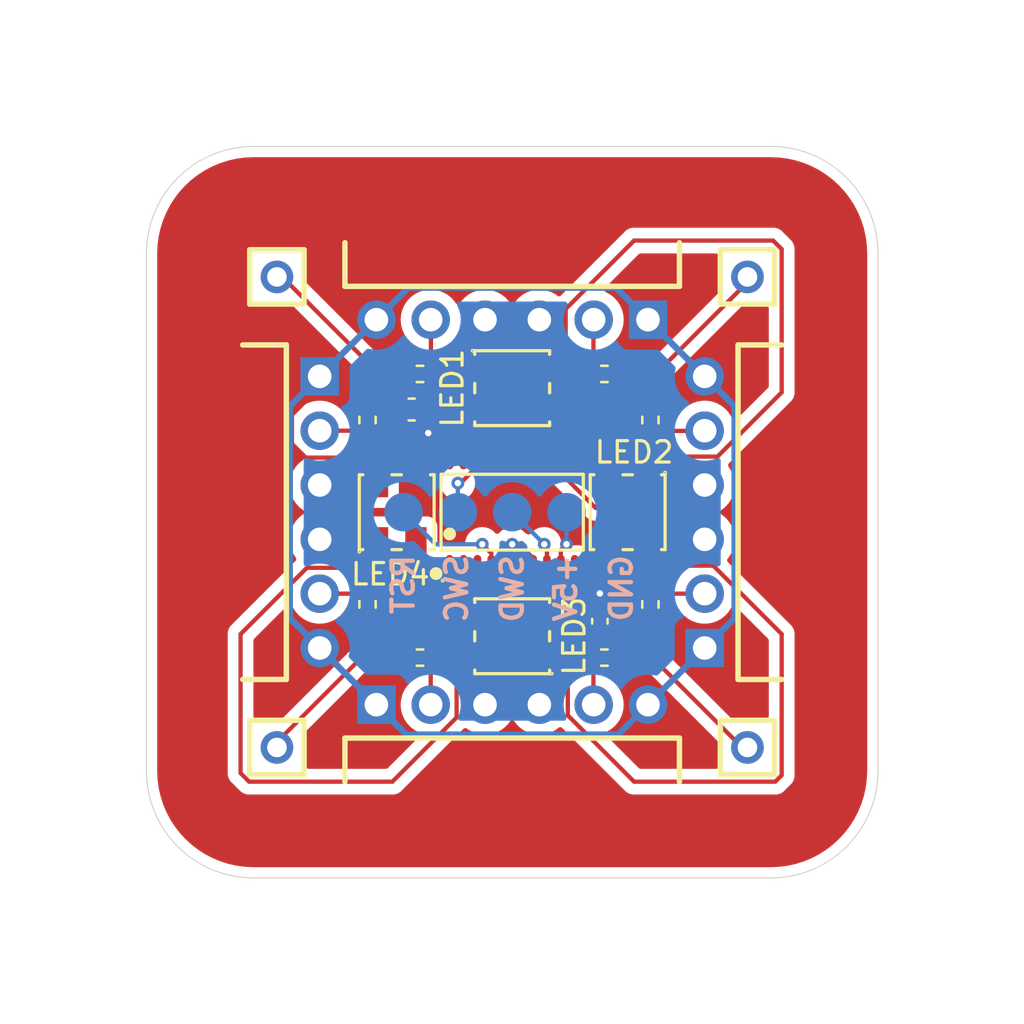
<source format=kicad_pcb>
(kicad_pcb (version 20240108) (generator "pcbnew") (generator_version "8.0")
  (layers (0 "F.Cu" signal) (31 "B.Cu" signal) (34 "B.Paste" user) (35 "F.Paste" user) (36 "B.SilkS" user "B.Silkscreen") (37 "F.SilkS" user "F.Silkscreen") (38 "B.Mask" user) (39 "F.Mask" user) (44 "Edge.Cuts" user))
  (net 0 "")
  (net 1 "+5V")
  (net 2 "GND")
  (net 3 "/SWC")
  (net 4 "/SWD")
  (net 5 "/Reset")
  (net 6 "/LedIn")
  (net 7 "/DataTop2")
  (net 8 "/DataTop1")
  (net 9 "/DataRight2")
  (net 10 "/DataRight1")
  (net 11 "/DataBottom2")
  (net 12 "/DataBottom1")
  (net 13 "/DataLeft2")
  (net 14 "/DataLeft1")
  (net 16 "Net-(LED1-DOUT)")
  (net 17 "Net-(LED2-DOUT)")
  (net 18 "Net-(LED3-DOUT)")
  (net 20 "/ShieldTopRight")
  (net 21 "/ShieldBottomRight")
  (net 23 "/ShieldTopLeft_ADC")
  (net 24 "/ShieldBottomLeft_ADC")
  (footprint "CustomFootprints:01x06_PinHeader_Angled" (layer "F.Cu") (at 150 91 180)
    (property "Reference" "U2" (hide yes))
    (property "Value" "PinHeaderTop")
    (fp_line (start 7.820015 1.559995) (end 7.820015 3.6) (stroke (width 0.254)) (layer "F.SilkS"))
    (fp_line (start -7.820015 3.6) (end -7.820015 1.559995) (stroke (width 0.254)) (layer "F.SilkS"))
    (fp_line (start -7.820015 1.559995) (end 7.820015 1.559995) (stroke (width 0.254)) (layer "F.SilkS"))
    (pad "1" thru_hole rect (at -6.350013 0 180) (size 1.8 1.8) (drill 1.100025) (layers "*.Cu" "*.Mask" "In1.Cu" "In2.Cu" "In3.Cu" "In4.Cu" "In5.Cu" "In6.Cu" "In7.Cu" "In8.Cu" "In9.Cu" "In10.Cu" "In11.Cu" "In12.Cu" "In13.Cu" "In14.Cu" "In15.Cu" "In16.Cu" "In17.Cu" "In18.Cu" "In19.Cu" "In20.Cu" "In21.Cu" "In22.Cu" "In23.Cu" "In24.Cu" "In25.Cu" "In26.Cu" "In27.Cu" "In28.Cu" "In29.Cu" "In30.Cu") (net 1 "+5V"))
    (pad "2" thru_hole circle (at -3.810008 0 180) (size 1.8 1.8) (drill 1.100025) (layers "*.Cu" "*.Mask" "In1.Cu" "In2.Cu" "In3.Cu" "In4.Cu" "In5.Cu" "In6.Cu" "In7.Cu" "In8.Cu" "In9.Cu" "In10.Cu" "In11.Cu" "In12.Cu" "In13.Cu" "In14.Cu" "In15.Cu" "In16.Cu" "In17.Cu" "In18.Cu" "In19.Cu" "In20.Cu" "In21.Cu" "In22.Cu" "In23.Cu" "In24.Cu" "In25.Cu" "In26.Cu" "In27.Cu" "In28.Cu" "In29.Cu" "In30.Cu") (net 8 "/DataTop1"))
    (pad "3" thru_hole circle (at -1.270003 0 180) (size 1.8 1.8) (drill 1.100025) (layers "*.Cu" "*.Mask" "In1.Cu" "In2.Cu" "In3.Cu" "In4.Cu" "In5.Cu" "In6.Cu" "In7.Cu" "In8.Cu" "In9.Cu" "In10.Cu" "In11.Cu" "In12.Cu" "In13.Cu" "In14.Cu" "In15.Cu" "In16.Cu" "In17.Cu" "In18.Cu" "In19.Cu" "In20.Cu" "In21.Cu" "In22.Cu" "In23.Cu" "In24.Cu" "In25.Cu" "In26.Cu" "In27.Cu" "In28.Cu" "In29.Cu" "In30.Cu") (net 2 "GND"))
    (pad "4" thru_hole circle (at 1.270003 0 180) (size 1.8 1.8) (drill 1.100025) (layers "*.Cu" "*.Mask" "In1.Cu" "In2.Cu" "In3.Cu" "In4.Cu" "In5.Cu" "In6.Cu" "In7.Cu" "In8.Cu" "In9.Cu" "In10.Cu" "In11.Cu" "In12.Cu" "In13.Cu" "In14.Cu" "In15.Cu" "In16.Cu" "In17.Cu" "In18.Cu" "In19.Cu" "In20.Cu" "In21.Cu" "In22.Cu" "In23.Cu" "In24.Cu" "In25.Cu" "In26.Cu" "In27.Cu" "In28.Cu" "In29.Cu" "In30.Cu") (net 2 "GND"))
    (pad "5" thru_hole circle (at 3.810008 0 180) (size 1.8 1.8) (drill 1.100025) (layers "*.Cu" "*.Mask" "In1.Cu" "In2.Cu" "In3.Cu" "In4.Cu" "In5.Cu" "In6.Cu" "In7.Cu" "In8.Cu" "In9.Cu" "In10.Cu" "In11.Cu" "In12.Cu" "In13.Cu" "In14.Cu" "In15.Cu" "In16.Cu" "In17.Cu" "In18.Cu" "In19.Cu" "In20.Cu" "In21.Cu" "In22.Cu" "In23.Cu" "In24.Cu" "In25.Cu" "In26.Cu" "In27.Cu" "In28.Cu" "In29.Cu" "In30.Cu") (net 7 "/DataTop2"))
    (pad "6" thru_hole circle (at 6.350013 0 180) (size 1.8 1.8) (drill 1.100025) (layers "*.Cu" "*.Mask" "In1.Cu" "In2.Cu" "In3.Cu" "In4.Cu" "In5.Cu" "In6.Cu" "In7.Cu" "In8.Cu" "In9.Cu" "In10.Cu" "In11.Cu" "In12.Cu" "In13.Cu" "In14.Cu" "In15.Cu" "In16.Cu" "In17.Cu" "In18.Cu" "In19.Cu" "In20.Cu" "In21.Cu" "In22.Cu" "In23.Cu" "In24.Cu" "In25.Cu" "In26.Cu" "In27.Cu" "In28.Cu" "In29.Cu" "In30.Cu") (net 1 "+5V"))
  )
  (footprint "CustomFootprints:HDR-TH_1P-V-F-1" (layer "F.Cu") (at 161 111)
    (property "Reference" "J3" (hide yes))
    (property "Value" "Shield_Connector_Bottom_Right")
    (fp_line (start -1.270003 -1.270003) (end -1.270003 1.270003) (stroke (width 0.254)) (layer "F.SilkS"))
    (fp_line (start -1.270003 1.270003) (end 1.270003 1.270003) (stroke (width 0.254)) (layer "F.SilkS"))
    (fp_line (start 1.270003 -1.270003) (end -1.270003 -1.270003) (stroke (width 0.254)) (layer "F.SilkS"))
    (fp_line (start 1.270003 1.270003) (end 1.270003 -1.270003) (stroke (width 0.254)) (layer "F.SilkS"))
    (fp_circle (center 1.270003 -1.270003) (end 1.3 -1.270003) (stroke (width 0.059995)) (fill none) (layer "F.SilkS"))
    (pad "1" thru_hole circle (at 0 0) (size 1.524003 1.524003) (drill 0.914402) (layers "*.Cu" "*.Mask" "In1.Cu" "In2.Cu" "In3.Cu" "In4.Cu" "In5.Cu" "In6.Cu" "In7.Cu" "In8.Cu" "In9.Cu" "In10.Cu" "In11.Cu" "In12.Cu" "In13.Cu" "In14.Cu" "In15.Cu" "In16.Cu" "In17.Cu" "In18.Cu" "In19.Cu" "In20.Cu" "In21.Cu" "In22.Cu" "In23.Cu" "In24.Cu" "In25.Cu" "In26.Cu" "In27.Cu" "In28.Cu" "In29.Cu" "In30.Cu") (net 21 "/ShieldBottomRight"))
  )
  (footprint "CustomFootprints:01x06_PinHeader_Angled" (layer "F.Cu") (at 159 100 90)
    (property "Reference" "U3" (hide yes))
    (property "Value" "PinHeaderRight")
    (fp_line (start 7.820015 1.559995) (end 7.820015 3.6) (stroke (width 0.254)) (layer "F.SilkS"))
    (fp_line (start -7.820015 1.559995) (end 7.820015 1.559995) (stroke (width 0.254)) (layer "F.SilkS"))
    (fp_line (start -7.820015 3.6) (end -7.820015 1.559995) (stroke (width 0.254)) (layer "F.SilkS"))
    (pad "1" thru_hole rect (at -6.350013 0 90) (size 1.8 1.8) (drill 1.100025) (layers "*.Cu" "*.Mask" "In1.Cu" "In2.Cu" "In3.Cu" "In4.Cu" "In5.Cu" "In6.Cu" "In7.Cu" "In8.Cu" "In9.Cu" "In10.Cu" "In11.Cu" "In12.Cu" "In13.Cu" "In14.Cu" "In15.Cu" "In16.Cu" "In17.Cu" "In18.Cu" "In19.Cu" "In20.Cu" "In21.Cu" "In22.Cu" "In23.Cu" "In24.Cu" "In25.Cu" "In26.Cu" "In27.Cu" "In28.Cu" "In29.Cu" "In30.Cu") (net 1 "+5V"))
    (pad "2" thru_hole circle (at -3.810008 0 90) (size 1.8 1.8) (drill 1.100025) (layers "*.Cu" "*.Mask" "In1.Cu" "In2.Cu" "In3.Cu" "In4.Cu" "In5.Cu" "In6.Cu" "In7.Cu" "In8.Cu" "In9.Cu" "In10.Cu" "In11.Cu" "In12.Cu" "In13.Cu" "In14.Cu" "In15.Cu" "In16.Cu" "In17.Cu" "In18.Cu" "In19.Cu" "In20.Cu" "In21.Cu" "In22.Cu" "In23.Cu" "In24.Cu" "In25.Cu" "In26.Cu" "In27.Cu" "In28.Cu" "In29.Cu" "In30.Cu") (net 10 "/DataRight1"))
    (pad "3" thru_hole circle (at -1.270003 0 90) (size 1.8 1.8) (drill 1.100025) (layers "*.Cu" "*.Mask" "In1.Cu" "In2.Cu" "In3.Cu" "In4.Cu" "In5.Cu" "In6.Cu" "In7.Cu" "In8.Cu" "In9.Cu" "In10.Cu" "In11.Cu" "In12.Cu" "In13.Cu" "In14.Cu" "In15.Cu" "In16.Cu" "In17.Cu" "In18.Cu" "In19.Cu" "In20.Cu" "In21.Cu" "In22.Cu" "In23.Cu" "In24.Cu" "In25.Cu" "In26.Cu" "In27.Cu" "In28.Cu" "In29.Cu" "In30.Cu") (net 2 "GND"))
    (pad "4" thru_hole circle (at 1.270003 0 90) (size 1.8 1.8) (drill 1.100025) (layers "*.Cu" "*.Mask" "In1.Cu" "In2.Cu" "In3.Cu" "In4.Cu" "In5.Cu" "In6.Cu" "In7.Cu" "In8.Cu" "In9.Cu" "In10.Cu" "In11.Cu" "In12.Cu" "In13.Cu" "In14.Cu" "In15.Cu" "In16.Cu" "In17.Cu" "In18.Cu" "In19.Cu" "In20.Cu" "In21.Cu" "In22.Cu" "In23.Cu" "In24.Cu" "In25.Cu" "In26.Cu" "In27.Cu" "In28.Cu" "In29.Cu" "In30.Cu") (net 2 "GND"))
    (pad "5" thru_hole circle (at 3.810008 0 90) (size 1.8 1.8) (drill 1.100025) (layers "*.Cu" "*.Mask" "In1.Cu" "In2.Cu" "In3.Cu" "In4.Cu" "In5.Cu" "In6.Cu" "In7.Cu" "In8.Cu" "In9.Cu" "In10.Cu" "In11.Cu" "In12.Cu" "In13.Cu" "In14.Cu" "In15.Cu" "In16.Cu" "In17.Cu" "In18.Cu" "In19.Cu" "In20.Cu" "In21.Cu" "In22.Cu" "In23.Cu" "In24.Cu" "In25.Cu" "In26.Cu" "In27.Cu" "In28.Cu" "In29.Cu" "In30.Cu") (net 9 "/DataRight2"))
    (pad "6" thru_hole circle (at 6.350013 0 90) (size 1.8 1.8) (drill 1.100025) (layers "*.Cu" "*.Mask" "In1.Cu" "In2.Cu" "In3.Cu" "In4.Cu" "In5.Cu" "In6.Cu" "In7.Cu" "In8.Cu" "In9.Cu" "In10.Cu" "In11.Cu" "In12.Cu" "In13.Cu" "In14.Cu" "In15.Cu" "In16.Cu" "In17.Cu" "In18.Cu" "In19.Cu" "In20.Cu" "In21.Cu" "In22.Cu" "In23.Cu" "In24.Cu" "In25.Cu" "In26.Cu" "In27.Cu" "In28.Cu" "In29.Cu" "In30.Cu") (net 1 "+5V"))
  )
  (footprint "Resistor_SMD:R_0402_1005Metric" (layer "F.Cu") (at 156.4635 95.69 -90)
    (property "Reference" "R3" (hide yes))
    (property "Value" "10k")
    (fp_line (start -0.153641 0.38) (end 0.153641 0.38) (stroke (width 0.12)) (layer "F.SilkS"))
    (fp_line (start -0.153641 -0.38) (end 0.153641 -0.38) (stroke (width 0.12)) (layer "F.SilkS"))
    (pad "1" smd roundrect (at -0.51 0 270) (size 0.54 0.64) (layers "F.Cu" "F.Paste" "F.Mask") (net 1 "+5V"))
    (pad "2" smd roundrect (at 0.51 0 270) (size 0.54 0.64) (layers "F.Cu" "F.Paste" "F.Mask") (net 9 "/DataRight2"))
  )
  (footprint "Resistor_SMD:R_0402_1005Metric" (layer "F.Cu") (at 154.31 106.8 180)
    (property "Reference" "R5" (hide yes))
    (property "Value" "10k")
    (fp_line (start -0.153641 0.38) (end 0.153641 0.38) (stroke (width 0.12)) (layer "F.SilkS"))
    (fp_line (start -0.153641 -0.38) (end 0.153641 -0.38) (stroke (width 0.12)) (layer "F.SilkS"))
    (pad "1" smd roundrect (at -0.51 0 180) (size 0.54 0.64) (layers "F.Cu" "F.Paste" "F.Mask") (net 1 "+5V"))
    (pad "2" smd roundrect (at 0.51 0 180) (size 0.54 0.64) (layers "F.Cu" "F.Paste" "F.Mask") (net 11 "/DataBottom2"))
  )
  (footprint "Resistor_SMD:R_0402_1005Metric" (layer "F.Cu") (at 156.4635 104.31 90)
    (property "Reference" "R4" (hide yes))
    (property "Value" "10k")
    (fp_line (start -0.153641 -0.38) (end 0.153641 -0.38) (stroke (width 0.12)) (layer "F.SilkS"))
    (fp_line (start -0.153641 0.38) (end 0.153641 0.38) (stroke (width 0.12)) (layer "F.SilkS"))
    (pad "1" smd roundrect (at -0.51 0 90) (size 0.54 0.64) (layers "F.Cu" "F.Paste" "F.Mask") (net 1 "+5V"))
    (pad "2" smd roundrect (at 0.51 0 90) (size 0.54 0.64) (layers "F.Cu" "F.Paste" "F.Mask") (net 10 "/DataRight1"))
  )
  (footprint "CustomFootprints:01x06_PinHeader_Angled" (layer "F.Cu") (at 141 100 -90)
    (property "Reference" "U5" (hide yes))
    (property "Value" "PinHeaderLeft")
    (fp_line (start -7.820015 3.6) (end -7.820015 1.559995) (stroke (width 0.254)) (layer "F.SilkS"))
    (fp_line (start -7.820015 1.559995) (end 7.820015 1.559995) (stroke (width 0.254)) (layer "F.SilkS"))
    (fp_line (start 7.820015 1.559995) (end 7.820015 3.6) (stroke (width 0.254)) (layer "F.SilkS"))
    (pad "1" thru_hole rect (at -6.350013 0 270) (size 1.8 1.8) (drill 1.100025) (layers "*.Cu" "*.Mask" "In1.Cu" "In2.Cu" "In3.Cu" "In4.Cu" "In5.Cu" "In6.Cu" "In7.Cu" "In8.Cu" "In9.Cu" "In10.Cu" "In11.Cu" "In12.Cu" "In13.Cu" "In14.Cu" "In15.Cu" "In16.Cu" "In17.Cu" "In18.Cu" "In19.Cu" "In20.Cu" "In21.Cu" "In22.Cu" "In23.Cu" "In24.Cu" "In25.Cu" "In26.Cu" "In27.Cu" "In28.Cu" "In29.Cu" "In30.Cu") (net 1 "+5V"))
    (pad "2" thru_hole circle (at -3.810008 0 270) (size 1.8 1.8) (drill 1.100025) (layers "*.Cu" "*.Mask" "In1.Cu" "In2.Cu" "In3.Cu" "In4.Cu" "In5.Cu" "In6.Cu" "In7.Cu" "In8.Cu" "In9.Cu" "In10.Cu" "In11.Cu" "In12.Cu" "In13.Cu" "In14.Cu" "In15.Cu" "In16.Cu" "In17.Cu" "In18.Cu" "In19.Cu" "In20.Cu" "In21.Cu" "In22.Cu" "In23.Cu" "In24.Cu" "In25.Cu" "In26.Cu" "In27.Cu" "In28.Cu" "In29.Cu" "In30.Cu") (net 14 "/DataLeft1"))
    (pad "3" thru_hole circle (at -1.270003 0 270) (size 1.8 1.8) (drill 1.100025) (layers "*.Cu" "*.Mask" "In1.Cu" "In2.Cu" "In3.Cu" "In4.Cu" "In5.Cu" "In6.Cu" "In7.Cu" "In8.Cu" "In9.Cu" "In10.Cu" "In11.Cu" "In12.Cu" "In13.Cu" "In14.Cu" "In15.Cu" "In16.Cu" "In17.Cu" "In18.Cu" "In19.Cu" "In20.Cu" "In21.Cu" "In22.Cu" "In23.Cu" "In24.Cu" "In25.Cu" "In26.Cu" "In27.Cu" "In28.Cu" "In29.Cu" "In30.Cu") (net 2 "GND"))
    (pad "4" thru_hole circle (at 1.270003 0 270) (size 1.8 1.8) (drill 1.100025) (layers "*.Cu" "*.Mask" "In1.Cu" "In2.Cu" "In3.Cu" "In4.Cu" "In5.Cu" "In6.Cu" "In7.Cu" "In8.Cu" "In9.Cu" "In10.Cu" "In11.Cu" "In12.Cu" "In13.Cu" "In14.Cu" "In15.Cu" "In16.Cu" "In17.Cu" "In18.Cu" "In19.Cu" "In20.Cu" "In21.Cu" "In22.Cu" "In23.Cu" "In24.Cu" "In25.Cu" "In26.Cu" "In27.Cu" "In28.Cu" "In29.Cu" "In30.Cu") (net 2 "GND"))
    (pad "5" thru_hole circle (at 3.810008 0 270) (size 1.8 1.8) (drill 1.100025) (layers "*.Cu" "*.Mask" "In1.Cu" "In2.Cu" "In3.Cu" "In4.Cu" "In5.Cu" "In6.Cu" "In7.Cu" "In8.Cu" "In9.Cu" "In10.Cu" "In11.Cu" "In12.Cu" "In13.Cu" "In14.Cu" "In15.Cu" "In16.Cu" "In17.Cu" "In18.Cu" "In19.Cu" "In20.Cu" "In21.Cu" "In22.Cu" "In23.Cu" "In24.Cu" "In25.Cu" "In26.Cu" "In27.Cu" "In28.Cu" "In29.Cu" "In30.Cu") (net 13 "/DataLeft2"))
    (pad "6" thru_hole circle (at 6.350013 0 270) (size 1.8 1.8) (drill 1.100025) (layers "*.Cu" "*.Mask" "In1.Cu" "In2.Cu" "In3.Cu" "In4.Cu" "In5.Cu" "In6.Cu" "In7.Cu" "In8.Cu" "In9.Cu" "In10.Cu" "In11.Cu" "In12.Cu" "In13.Cu" "In14.Cu" "In15.Cu" "In16.Cu" "In17.Cu" "In18.Cu" "In19.Cu" "In20.Cu" "In21.Cu" "In22.Cu" "In23.Cu" "In24.Cu" "In25.Cu" "In26.Cu" "In27.Cu" "In28.Cu" "In29.Cu" "In30.Cu") (net 1 "+5V"))
  )
  (footprint "CustomFootprints:LED-SK6812MINI-HS" (layer "F.Cu") (at 150 105.8)
    (property "Reference" "LED3" (at 2.9 0 -90) (layer "F.SilkS"))
    (property "Value" "SK6812MINI-HS")
    (fp_line (start -1.749936 -1.580442) (end -1.749936 -1.750114) (stroke (width 0.1524)) (layer "F.SilkS"))
    (fp_line (start -1.749936 0.219558) (end -1.749936 -0.219761) (stroke (width 0.1524)) (layer "F.SilkS"))
    (fp_line (start -1.749936 1.749886) (end -1.749936 1.580239) (stroke (width 0.1524)) (layer "F.SilkS"))
    (fp_line (start 1.750064 -1.750114) (end -1.749936 -1.750114) (stroke (width 0.1524)) (layer "F.SilkS"))
    (fp_line (start 1.750064 -1.580442) (end 1.750064 -1.750114) (stroke (width 0.1524)) (layer "F.SilkS"))
    (fp_line (start 1.750064 0.219558) (end 1.750064 -0.219761) (stroke (width 0.1524)) (layer "F.SilkS"))
    (fp_line (start 1.750064 1.749886) (end -1.749936 1.749886) (stroke (width 0.1524)) (layer "F.SilkS"))
    (fp_line (start 1.750064 1.749886) (end 1.750064 1.580239) (stroke (width 0.1524)) (layer "F.SilkS"))
    (fp_circle (center 1.85014 1.749936) (end 1.880112 1.749936) (stroke (width 0.059995)) (fill none) (layer "F.SilkS"))
    (pad "1" smd rect (at 1.450089 0.900051 180) (size 1.5 1) (layers "F.Cu" "F.Paste" "F.Mask") (net 2 "GND"))
    (pad "2" smd rect (at 1.450089 -0.900051 180) (size 1.5 1) (layers "F.Cu" "F.Paste" "F.Mask") (net 17 "Net-(LED2-DOUT)"))
    (pad "3" smd rect (at -1.450089 -0.900051 180) (size 1.5 1) (layers "F.Cu" "F.Paste" "F.Mask") (net 1 "+5V"))
    (pad "4" smd rect (at -1.450089 0.900051 180) (size 1.5 1) (layers "F.Cu" "F.Paste" "F.Mask") (net 18 "Net-(LED3-DOUT)"))
  )
  (footprint "Resistor_SMD:R_0402_1005Metric" (layer "F.Cu") (at 143.2365 104.31 90)
    (property "Reference" "R7" (hide yes))
    (property "Value" "10k")
    (fp_line (start -0.153641 -0.38) (end 0.153641 -0.38) (stroke (width 0.12)) (layer "F.SilkS"))
    (fp_line (start -0.153641 0.38) (end 0.153641 0.38) (stroke (width 0.12)) (layer "F.SilkS"))
    (pad "1" smd roundrect (at -0.51 0 90) (size 0.54 0.64) (layers "F.Cu" "F.Paste" "F.Mask") (net 1 "+5V"))
    (pad "2" smd roundrect (at 0.51 0 90) (size 0.54 0.64) (layers "F.Cu" "F.Paste" "F.Mask") (net 13 "/DataLeft2"))
  )
  (footprint "CustomFootprints:LED-SK6812MINI-HS" (layer "F.Cu") (at 155.4 100 90)
    (property "Reference" "LED2" (at 2.8 0.3 0) (layer "F.SilkS"))
    (property "Value" "SK6812MINI-HS")
    (fp_line (start 1.750064 -1.750114) (end -1.749936 -1.750114) (stroke (width 0.1524)) (layer "F.SilkS"))
    (fp_line (start 1.750064 -1.580442) (end 1.750064 -1.750114) (stroke (width 0.1524)) (layer "F.SilkS"))
    (fp_line (start -1.749936 -1.580442) (end -1.749936 -1.750114) (stroke (width 0.1524)) (layer "F.SilkS"))
    (fp_line (start 1.750064 0.219558) (end 1.750064 -0.219761) (stroke (width 0.1524)) (layer "F.SilkS"))
    (fp_line (start -1.749936 0.219558) (end -1.749936 -0.219761) (stroke (width 0.1524)) (layer "F.SilkS"))
    (fp_line (start 1.750064 1.749886) (end 1.750064 1.580239) (stroke (width 0.1524)) (layer "F.SilkS"))
    (fp_line (start 1.750064 1.749886) (end -1.749936 1.749886) (stroke (width 0.1524)) (layer "F.SilkS"))
    (fp_line (start -1.749936 1.749886) (end -1.749936 1.580239) (stroke (width 0.1524)) (layer "F.SilkS"))
    (fp_circle (center 1.85014 1.749936) (end 1.880112 1.749936) (stroke (width 0.059995)) (fill none) (layer "F.SilkS"))
    (pad "1" smd rect (at 1.450089 0.900051 270) (size 1.5 1) (layers "F.Cu" "F.Paste" "F.Mask") (net 2 "GND"))
    (pad "2" smd rect (at 1.450089 -0.900051 270) (size 1.5 1) (layers "F.Cu" "F.Paste" "F.Mask") (net 16 "Net-(LED1-DOUT)"))
    (pad "3" smd rect (at -1.450089 -0.900051 270) (size 1.5 1) (layers "F.Cu" "F.Paste" "F.Mask") (net 1 "+5V"))
    (pad "4" smd rect (at -1.450089 0.900051 270) (size 1.5 1) (layers "F.Cu" "F.Paste" "F.Mask") (net 17 "Net-(LED2-DOUT)"))
  )
  (footprint "CustomFootprints:LED-SK6812MINI-HS" (layer "F.Cu") (at 144.6 100 -90)
    (property "Reference" "LED4" (at 2.9 0.3 180) (layer "F.SilkS"))
    (property "Value" "SK6812MINI-HS")
    (fp_line (start -1.749936 1.749886) (end -1.749936 1.580239) (stroke (width 0.1524)) (layer "F.SilkS"))
    (fp_line (start 1.750064 1.749886) (end -1.749936 1.749886) (stroke (width 0.1524)) (layer "F.SilkS"))
    (fp_line (start 1.750064 1.749886) (end 1.750064 1.580239) (stroke (width 0.1524)) (layer "F.SilkS"))
    (fp_line (start -1.749936 0.219558) (end -1.749936 -0.219761) (stroke (width 0.1524)) (layer "F.SilkS"))
    (fp_line (start 1.750064 0.219558) (end 1.750064 -0.219761) (stroke (width 0.1524)) (layer "F.SilkS"))
    (fp_line (start -1.749936 -1.580442) (end -1.749936 -1.750114) (stroke (width 0.1524)) (layer "F.SilkS"))
    (fp_line (start 1.750064 -1.580442) (end 1.750064 -1.750114) (stroke (width 0.1524)) (layer "F.SilkS"))
    (fp_line (start 1.750064 -1.750114) (end -1.749936 -1.750114) (stroke (width 0.1524)) (layer "F.SilkS"))
    (fp_circle (center 1.85014 1.749936) (end 1.880112 1.749936) (stroke (width 0.059995)) (fill none) (layer "F.SilkS"))
    (pad "1" smd rect (at 1.450089 0.900051 90) (size 1.5 1) (layers "F.Cu" "F.Paste" "F.Mask") (net 2 "GND"))
    (pad "2" smd rect (at 1.450089 -0.900051 90) (size 1.5 1) (layers "F.Cu" "F.Paste" "F.Mask") (net 18 "Net-(LED3-DOUT)"))
    (pad "3" smd rect (at -1.450089 -0.900051 90) (size 1.5 1) (layers "F.Cu" "F.Paste" "F.Mask") (net 1 "+5V"))
    (pad "4" smd rect (at -1.450089 0.900051 90) (size 1.5 1) (layers "F.Cu" "F.Paste" "F.Mask"))
  )
  (footprint "CustomFootprints:01x06_PinHeader_Angled" (layer "F.Cu") (at 150 109)
    (property "Reference" "U4" (hide yes))
    (property "Value" "PinHeaderBottom")
    (fp_line (start -7.820015 1.559995) (end 7.820015 1.559995) (stroke (width 0.254)) (layer "F.SilkS"))
    (fp_line (start -7.820015 3.6) (end -7.820015 1.559995) (stroke (width 0.254)) (layer "F.SilkS"))
    (fp_line (start 7.820015 1.559995) (end 7.820015 3.6) (stroke (width 0.254)) (layer "F.SilkS"))
    (pad "1" thru_hole rect (at -6.350013 0) (size 1.8 1.8) (drill 1.100025) (layers "*.Cu" "*.Mask" "In1.Cu" "In2.Cu" "In3.Cu" "In4.Cu" "In5.Cu" "In6.Cu" "In7.Cu" "In8.Cu" "In9.Cu" "In10.Cu" "In11.Cu" "In12.Cu" "In13.Cu" "In14.Cu" "In15.Cu" "In16.Cu" "In17.Cu" "In18.Cu" "In19.Cu" "In20.Cu" "In21.Cu" "In22.Cu" "In23.Cu" "In24.Cu" "In25.Cu" "In26.Cu" "In27.Cu" "In28.Cu" "In29.Cu" "In30.Cu") (net 1 "+5V"))
    (pad "2" thru_hole circle (at -3.810008 0) (size 1.8 1.8) (drill 1.100025) (layers "*.Cu" "*.Mask" "In1.Cu" "In2.Cu" "In3.Cu" "In4.Cu" "In5.Cu" "In6.Cu" "In7.Cu" "In8.Cu" "In9.Cu" "In10.Cu" "In11.Cu" "In12.Cu" "In13.Cu" "In14.Cu" "In15.Cu" "In16.Cu" "In17.Cu" "In18.Cu" "In19.Cu" "In20.Cu" "In21.Cu" "In22.Cu" "In23.Cu" "In24.Cu" "In25.Cu" "In26.Cu" "In27.Cu" "In28.Cu" "In29.Cu" "In30.Cu") (net 12 "/DataBottom1"))
    (pad "3" thru_hole circle (at -1.270003 0) (size 1.8 1.8) (drill 1.100025) (layers "*.Cu" "*.Mask" "In1.Cu" "In2.Cu" "In3.Cu" "In4.Cu" "In5.Cu" "In6.Cu" "In7.Cu" "In8.Cu" "In9.Cu" "In10.Cu" "In11.Cu" "In12.Cu" "In13.Cu" "In14.Cu" "In15.Cu" "In16.Cu" "In17.Cu" "In18.Cu" "In19.Cu" "In20.Cu" "In21.Cu" "In22.Cu" "In23.Cu" "In24.Cu" "In25.Cu" "In26.Cu" "In27.Cu" "In28.Cu" "In29.Cu" "In30.Cu") (net 2 "GND"))
    (pad "4" thru_hole circle (at 1.270003 0) (size 1.8 1.8) (drill 1.100025) (layers "*.Cu" "*.Mask" "In1.Cu" "In2.Cu" "In3.Cu" "In4.Cu" "In5.Cu" "In6.Cu" "In7.Cu" "In8.Cu" "In9.Cu" "In10.Cu" "In11.Cu" "In12.Cu" "In13.Cu" "In14.Cu" "In15.Cu" "In16.Cu" "In17.Cu" "In18.Cu" "In19.Cu" "In20.Cu" "In21.Cu" "In22.Cu" "In23.Cu" "In24.Cu" "In25.Cu" "In26.Cu" "In27.Cu" "In28.Cu" "In29.Cu" "In30.Cu") (net 2 "GND"))
    (pad "5" thru_hole circle (at 3.810008 0) (size 1.8 1.8) (drill 1.100025) (layers "*.Cu" "*.Mask" "In1.Cu" "In2.Cu" "In3.Cu" "In4.Cu" "In5.Cu" "In6.Cu" "In7.Cu" "In8.Cu" "In9.Cu" "In10.Cu" "In11.Cu" "In12.Cu" "In13.Cu" "In14.Cu" "In15.Cu" "In16.Cu" "In17.Cu" "In18.Cu" "In19.Cu" "In20.Cu" "In21.Cu" "In22.Cu" "In23.Cu" "In24.Cu" "In25.Cu" "In26.Cu" "In27.Cu" "In28.Cu" "In29.Cu" "In30.Cu") (net 11 "/DataBottom2"))
    (pad "6" thru_hole circle (at 6.350013 0) (size 1.8 1.8) (drill 1.100025) (layers "*.Cu" "*.Mask" "In1.Cu" "In2.Cu" "In3.Cu" "In4.Cu" "In5.Cu" "In6.Cu" "In7.Cu" "In8.Cu" "In9.Cu" "In10.Cu" "In11.Cu" "In12.Cu" "In13.Cu" "In14.Cu" "In15.Cu" "In16.Cu" "In17.Cu" "In18.Cu" "In19.Cu" "In20.Cu" "In21.Cu" "In22.Cu" "In23.Cu" "In24.Cu" "In25.Cu" "In26.Cu" "In27.Cu" "In28.Cu" "In29.Cu" "In30.Cu") (net 1 "+5V"))
  )
  (footprint "CustomFootprints:HDR-TH_1P-V-F-1" (layer "F.Cu") (at 161 89)
    (property "Reference" "J2" (hide yes))
    (property "Value" "Shield_Connector_Top_Right")
    (fp_line (start -1.270003 -1.270003) (end -1.270003 1.270003) (stroke (width 0.254)) (layer "F.SilkS"))
    (fp_line (start -1.270003 1.270003) (end 1.270003 1.270003) (stroke (width 0.254)) (layer "F.SilkS"))
    (fp_line (start 1.270003 -1.270003) (end -1.270003 -1.270003) (stroke (width 0.254)) (layer "F.SilkS"))
    (fp_line (start 1.270003 1.270003) (end 1.270003 -1.270003) (stroke (width 0.254)) (layer "F.SilkS"))
    (fp_circle (center 1.270003 -1.270003) (end 1.3 -1.270003) (stroke (width 0.059995)) (fill none) (layer "F.SilkS"))
    (pad "1" thru_hole circle (at 0 0) (size 1.524003 1.524003) (drill 0.914402) (layers "*.Cu" "*.Mask" "In1.Cu" "In2.Cu" "In3.Cu" "In4.Cu" "In5.Cu" "In6.Cu" "In7.Cu" "In8.Cu" "In9.Cu" "In10.Cu" "In11.Cu" "In12.Cu" "In13.Cu" "In14.Cu" "In15.Cu" "In16.Cu" "In17.Cu" "In18.Cu" "In19.Cu" "In20.Cu" "In21.Cu" "In22.Cu" "In23.Cu" "In24.Cu" "In25.Cu" "In26.Cu" "In27.Cu" "In28.Cu" "In29.Cu" "In30.Cu") (net 20 "/ShieldTopRight"))
  )
  (footprint "Capacitor_SMD:C_0603_1608Metric" (layer "F.Cu") (at 145.3 95.2 180)
    (property "Reference" "C1" (hide yes))
    (property "Value" "10uF")
    (fp_line (start -0.14058 0.51) (end 0.14058 0.51) (stroke (width 0.12)) (layer "F.SilkS"))
    (fp_line (start -0.14058 -0.51) (end 0.14058 -0.51) (stroke (width 0.12)) (layer "F.SilkS"))
    (pad "1" smd roundrect (at -0.775 0 180) (size 0.9 0.95) (layers "F.Cu" "F.Paste" "F.Mask") (net 2 "GND"))
    (pad "2" smd roundrect (at 0.775 0 180) (size 0.9 0.95) (layers "F.Cu" "F.Paste" "F.Mask") (net 1 "+5V"))
  )
  (footprint "Resistor_SMD:R_0402_1005Metric" (layer "F.Cu") (at 154.31 93.5365 180)
    (property "Reference" "R2" (hide yes))
    (property "Value" "10k")
    (fp_line (start -0.153641 0.38) (end 0.153641 0.38) (stroke (width 0.12)) (layer "F.SilkS"))
    (fp_line (start -0.153641 -0.38) (end 0.153641 -0.38) (stroke (width 0.12)) (layer "F.SilkS"))
    (pad "1" smd roundrect (at -0.51 0 180) (size 0.54 0.64) (layers "F.Cu" "F.Paste" "F.Mask") (net 1 "+5V"))
    (pad "2" smd roundrect (at 0.51 0 180) (size 0.54 0.64) (layers "F.Cu" "F.Paste" "F.Mask") (net 8 "/DataTop1"))
  )
  (footprint "Resistor_SMD:R_0402_1005Metric" (layer "F.Cu") (at 145.69 106.8)
    (property "Reference" "R6" (hide yes))
    (property "Value" "10k")
    (fp_line (start -0.153641 -0.38) (end 0.153641 -0.38) (stroke (width 0.12)) (layer "F.SilkS"))
    (fp_line (start -0.153641 0.38) (end 0.153641 0.38) (stroke (width 0.12)) (layer "F.SilkS"))
    (pad "1" smd roundrect (at -0.51 0) (size 0.54 0.64) (layers "F.Cu" "F.Paste" "F.Mask") (net 1 "+5V"))
    (pad "2" smd roundrect (at 0.51 0) (size 0.54 0.64) (layers "F.Cu" "F.Paste" "F.Mask") (net 12 "/DataBottom1"))
  )
  (footprint "CustomFootprints:HDR-TH_1P-V-F-1" (layer "F.Cu") (at 139 111)
    (property "Reference" "J5" (hide yes))
    (property "Value" "Shield_Connector_Bottom_Left")
    (fp_line (start -1.270003 -1.270003) (end -1.270003 1.270003) (stroke (width 0.254)) (layer "F.SilkS"))
    (fp_line (start -1.270003 1.270003) (end 1.270003 1.270003) (stroke (width 0.254)) (layer "F.SilkS"))
    (fp_line (start 1.270003 -1.270003) (end -1.270003 -1.270003) (stroke (width 0.254)) (layer "F.SilkS"))
    (fp_line (start 1.270003 1.270003) (end 1.270003 -1.270003) (stroke (width 0.254)) (layer "F.SilkS"))
    (fp_circle (center 1.270003 -1.270003) (end 1.3 -1.270003) (stroke (width 0.059995)) (fill none) (layer "F.SilkS"))
    (pad "1" thru_hole circle (at 0 0) (size 1.524003 1.524003) (drill 0.914402) (layers "*.Cu" "*.Mask" "In1.Cu" "In2.Cu" "In3.Cu" "In4.Cu" "In5.Cu" "In6.Cu" "In7.Cu" "In8.Cu" "In9.Cu" "In10.Cu" "In11.Cu" "In12.Cu" "In13.Cu" "In14.Cu" "In15.Cu" "In16.Cu" "In17.Cu" "In18.Cu" "In19.Cu" "In20.Cu" "In21.Cu" "In22.Cu" "In23.Cu" "In24.Cu" "In25.Cu" "In26.Cu" "In27.Cu" "In28.Cu" "In29.Cu" "In30.Cu") (net 24 "/ShieldBottomLeft_ADC"))
  )
  (footprint "Resistor_SMD:R_0402_1005Metric" (layer "F.Cu") (at 143.2365 95.69 -90)
    (property "Reference" "R8" (hide yes))
    (property "Value" "10k")
    (fp_line (start -0.153641 0.38) (end 0.153641 0.38) (stroke (width 0.12)) (layer "F.SilkS"))
    (fp_line (start -0.153641 -0.38) (end 0.153641 -0.38) (stroke (width 0.12)) (layer "F.SilkS"))
    (pad "1" smd roundrect (at -0.51 0 270) (size 0.54 0.64) (layers "F.Cu" "F.Paste" "F.Mask") (net 1 "+5V"))
    (pad "2" smd roundrect (at 0.51 0 270) (size 0.54 0.64) (layers "F.Cu" "F.Paste" "F.Mask") (net 14 "/DataLeft1"))
  )
  (footprint "CustomFootprints:Py32" (layer "F.Cu") (at 150 100)
    (property "Reference" "U1" (hide yes))
    (property "Value" "PY32F002BF15P6TU")
    (fp_line (start -3.326213 -1.7714) (end 3.326213 -1.7714) (stroke (width 0.1524)) (layer "F.SilkS"))
    (fp_line (start -3.326213 1.7714) (end -3.326213 -1.7714) (stroke (width 0.1524)) (layer "F.SilkS"))
    (fp_line (start 3.326213 -1.7714) (end 3.326213 1.7714) (stroke (width 0.1524)) (layer "F.SilkS"))
    (fp_line (start 3.326213 1.7714) (end -3.326213 1.7714) (stroke (width 0.1524)) (layer "F.SilkS"))
    (fp_circle (center -3.559309 2.870968) (end -3.409195 2.870968) (stroke (width 0.3)) (fill none) (layer "F.SilkS"))
    (fp_circle (center -3.249936 3.199898) (end -3.219964 3.199898) (stroke (width 0.059995)) (fill none) (layer "F.SilkS"))
    (fp_circle (center -2.92507 1.01905) (end -2.774956 1.01905) (stroke (width 0.3)) (fill none) (layer "F.SilkS"))
    (pad "1" smd oval (at -2.92507 2.870968) (size 0.364008 1.742012) (layers "F.Cu" "F.Paste" "F.Mask") (net 13 "/DataLeft2"))
    (pad "2" smd oval (at -2.275083 2.870968) (size 0.364008 1.742012) (layers "F.Cu" "F.Paste" "F.Mask") (net 24 "/ShieldBottomLeft_ADC"))
    (pad "3" smd oval (at -1.625095 2.870968) (size 0.364008 1.742012) (layers "F.Cu" "F.Paste" "F.Mask"))
    (pad "4" smd oval (at -0.975108 2.870968) (size 0.364008 1.742012) (layers "F.Cu" "F.Paste" "F.Mask") (net 5 "/Reset"))
    (pad "5" smd oval (at -0.324867 2.870968) (size 0.364008 1.742012) (layers "F.Cu" "F.Paste" "F.Mask") (net 12 "/DataBottom1"))
    (pad "6" smd oval (at 0.325121 2.870968) (size 0.364008 1.742012) (layers "F.Cu" "F.Paste" "F.Mask") (net 11 "/DataBottom2"))
    (pad "7" smd oval (at 0.975108 2.870968) (size 0.364008 1.742012) (layers "F.Cu" "F.Paste" "F.Mask") (net 2 "GND"))
    (pad "8" smd oval (at 1.625095 2.870968) (size 0.364008 1.742012) (layers "F.Cu" "F.Paste" "F.Mask") (net 4 "/SWD"))
    (pad "9" smd oval (at 2.275083 2.870968) (size 0.364008 1.742012) (layers "F.Cu" "F.Paste" "F.Mask") (net 1 "+5V"))
    (pad "10" smd oval (at 2.92507 2.870968) (size 0.364008 1.742012) (layers "F.Cu" "F.Paste" "F.Mask") (net 21 "/ShieldBottomRight"))
    (pad "11" smd oval (at 2.92507 -2.870968) (size 0.364008 1.742012) (layers "F.Cu" "F.Paste" "F.Mask") (net 9 "/DataRight2"))
    (pad "12" smd oval (at 2.275083 -2.870968) (size 0.364008 1.742012) (layers "F.Cu" "F.Paste" "F.Mask") (net 10 "/DataRight1"))
    (pad "13" smd oval (at 1.625095 -2.870968) (size 0.364008 1.742012) (layers "F.Cu" "F.Paste" "F.Mask") (net 20 "/ShieldTopRight"))
    (pad "14" smd oval (at 0.975108 -2.870968) (size 0.364008 1.742012) (layers "F.Cu" "F.Paste" "F.Mask"))
    (pad "15" smd oval (at 0.325121 -2.870968) (size 0.364008 1.742012) (layers "F.Cu" "F.Paste" "F.Mask") (net 8 "/DataTop1"))
    (pad "16" smd oval (at -0.324867 -2.870968) (size 0.364008 1.742012) (layers "F.Cu" "F.Paste" "F.Mask") (net 7 "/DataTop2"))
    (pad "17" smd oval (at -0.975108 -2.870968) (size 0.364008 1.742012) (layers "F.Cu" "F.Paste" "F.Mask") (net 6 "/LedIn"))
    (pad "18" smd oval (at -1.625095 -2.870968) (size 0.364008 1.742012) (layers "F.Cu" "F.Paste" "F.Mask") (net 3 "/SWC"))
    (pad "19" smd oval (at -2.275083 -2.870968) (size 0.364008 1.742012) (layers "F.Cu" "F.Paste" "F.Mask") (net 23 "/ShieldTopLeft_ADC"))
    (pad "20" smd oval (at -2.92507 -2.870968) (size 0.364008 1.742012) (layers "F.Cu" "F.Paste" "F.Mask") (net 14 "/DataLeft1"))
  )
  (footprint "CustomFootprints:HDR-TH_1P-V-F-1" (layer "F.Cu") (at 139 89)
    (property "Reference" "J4" (hide yes))
    (property "Value" "Shield_Connector_Top_Left")
    (fp_line (start -1.270003 -1.270003) (end -1.270003 1.270003) (stroke (width 0.254)) (layer "F.SilkS"))
    (fp_line (start -1.270003 1.270003) (end 1.270003 1.270003) (stroke (width 0.254)) (layer "F.SilkS"))
    (fp_line (start 1.270003 -1.270003) (end -1.270003 -1.270003) (stroke (width 0.254)) (layer "F.SilkS"))
    (fp_line (start 1.270003 1.270003) (end 1.270003 -1.270003) (stroke (width 0.254)) (layer "F.SilkS"))
    (fp_circle (center 1.270003 -1.270003) (end 1.3 -1.270003) (stroke (width 0.059995)) (fill none) (layer "F.SilkS"))
    (pad "1" thru_hole circle (at 0 0) (size 1.524003 1.524003) (drill 0.914402) (layers "*.Cu" "*.Mask" "In1.Cu" "In2.Cu" "In3.Cu" "In4.Cu" "In5.Cu" "In6.Cu" "In7.Cu" "In8.Cu" "In9.Cu" "In10.Cu" "In11.Cu" "In12.Cu" "In13.Cu" "In14.Cu" "In15.Cu" "In16.Cu" "In17.Cu" "In18.Cu" "In19.Cu" "In20.Cu" "In21.Cu" "In22.Cu" "In23.Cu" "In24.Cu" "In25.Cu" "In26.Cu" "In27.Cu" "In28.Cu" "In29.Cu" "In30.Cu") (net 23 "/ShieldTopLeft_ADC"))
  )
  (footprint "CustomFootprints:LED-SK6812MINI-HS" (layer "F.Cu") (at 150 94.2 180)
    (property "Reference" "LED1" (at 2.8 0 90) (layer "F.SilkS"))
    (property "Value" "SK6812MINI-HS")
    (fp_line (start 1.750064 1.749886) (end 1.750064 1.580239) (stroke (width 0.1524)) (layer "F.SilkS"))
    (fp_line (start 1.750064 1.749886) (end -1.749936 1.749886) (stroke (width 0.1524)) (layer "F.SilkS"))
    (fp_line (start 1.750064 0.219558) (end 1.750064 -0.219761) (stroke (width 0.1524)) (layer "F.SilkS"))
    (fp_line (start 1.750064 -1.580442) (end 1.750064 -1.750114) (stroke (width 0.1524)) (layer "F.SilkS"))
    (fp_line (start 1.750064 -1.750114) (end -1.749936 -1.750114) (stroke (width 0.1524)) (layer "F.SilkS"))
    (fp_line (start -1.749936 1.749886) (end -1.749936 1.580239) (stroke (width 0.1524)) (layer "F.SilkS"))
    (fp_line (start -1.749936 0.219558) (end -1.749936 -0.219761) (stroke (width 0.1524)) (layer "F.SilkS"))
    (fp_line (start -1.749936 -1.580442) (end -1.749936 -1.750114) (stroke (width 0.1524)) (layer "F.SilkS"))
    (fp_circle (center 1.85014 1.749936) (end 1.880112 1.749936) (stroke (width 0.059995)) (fill none) (layer "F.SilkS"))
    (pad "1" smd rect (at 1.450089 0.900051) (size 1.5 1) (layers "F.Cu" "F.Paste" "F.Mask") (net 2 "GND"))
    (pad "2" smd rect (at 1.450089 -0.900051) (size 1.5 1) (layers "F.Cu" "F.Paste" "F.Mask") (net 6 "/LedIn"))
    (pad "3" smd rect (at -1.450089 -0.900051) (size 1.5 1) (layers "F.Cu" "F.Paste" "F.Mask") (net 1 "+5V"))
    (pad "4" smd rect (at -1.450089 0.900051) (size 1.5 1) (layers "F.Cu" "F.Paste" "F.Mask") (net 16 "Net-(LED1-DOUT)"))
  )
  (footprint "Capacitor_SMD:C_0402_1005Metric" (layer "F.Cu") (at 154.1 105.1 -90)
    (property "Reference" "C2" (hide yes))
    (property "Value" "100nF")
    (fp_line (start -0.107836 0.36) (end 0.107836 0.36) (stroke (width 0.12)) (layer "F.SilkS"))
    (fp_line (start -0.107836 -0.36) (end 0.107836 -0.36) (stroke (width 0.12)) (layer "F.SilkS"))
    (pad "1" smd roundrect (at -0.48 0 270) (size 0.56 0.62) (layers "F.Cu" "F.Paste" "F.Mask") (net 2 "GND"))
    (pad "2" smd roundrect (at 0.48 0 270) (size 0.56 0.62) (layers "F.Cu" "F.Paste" "F.Mask") (net 1 "+5V"))
  )
  (footprint "Resistor_SMD:R_0402_1005Metric" (layer "F.Cu") (at 145.69 93.5365)
    (property "Reference" "R1" (hide yes))
    (property "Value" "10k")
    (fp_line (start -0.153641 -0.38) (end 0.153641 -0.38) (stroke (width 0.12)) (layer "F.SilkS"))
    (fp_line (start -0.153641 0.38) (end 0.153641 0.38) (stroke (width 0.12)) (layer "F.SilkS"))
    (pad "1" smd roundrect (at -0.51 0) (size 0.54 0.64) (layers "F.Cu" "F.Paste" "F.Mask") (net 1 "+5V"))
    (pad "2" smd roundrect (at 0.51 0) (size 0.54 0.64) (layers "F.Cu" "F.Paste" "F.Mask") (net 7 "/DataTop2"))
  )
  (footprint "CustomFootprints:SWD_Pad" (layer "B.Cu") (at 150.059994 100 180)
    (property "Reference" "J1" (hide yes))
    (property "Value" "SWD_Programmer")
    (pad "1" smd rect (at -5.020016 0 180) (size 1.8 1.8) (layers "B.Cu" "B.Paste" "B.Mask") (net 2 "GND"))
    (pad "2" smd circle (at -2.480011 0 180) (size 1.8 1.8) (layers "B.Cu" "B.Paste" "B.Mask") (net 1 "+5V"))
    (pad "3" smd circle (at 0.059994 0 180) (size 1.8 1.8) (layers "B.Cu" "B.Paste" "B.Mask") (net 4 "/SWD"))
    (pad "4" smd circle (at 2.6 0 180) (size 1.8 1.8) (layers "B.Cu" "B.Paste" "B.Mask") (net 3 "/SWC"))
    (pad "5" smd circle (at 5.140005 0 180) (size 1.8 1.8) (layers "B.Cu" "B.Paste" "B.Mask") (net 5 "/Reset"))
  )
  (gr_arc (start 162.1 82.9) (mid 165.635534 84.364466) (end 167.1 87.9) (stroke (width 0.05)) (layer "Edge.Cuts"))
  (gr_arc (start 167.1 112.1) (mid 165.635534 115.635534) (end 162.1 117.1) (stroke (width 0.05)) (layer "Edge.Cuts"))
  (gr_line (start 137.9 82.9) (end 162.1 82.9) (stroke (width 0.05)) (layer "Edge.Cuts"))
  (gr_arc (start 137.9 117.1) (mid 134.364466 115.635534) (end 132.9 112.1) (stroke (width 0.05)) (layer "Edge.Cuts"))
  (gr_arc (start 132.9 87.9) (mid 134.364466 84.364466) (end 137.9 82.9) (stroke (width 0.05)) (layer "Edge.Cuts"))
  (gr_line (start 162.1 117.1) (end 137.9 117.1) (stroke (width 0.05)) (layer "Edge.Cuts"))
  (gr_line (start 167.1 87.9) (end 167.1 112.1) (stroke (width 0.05)) (layer "Edge.Cuts"))
  (gr_line (start 132.9 112.1) (end 132.9 87.9) (stroke (width 0.05)) (layer "Edge.Cuts"))
  (gr_text "GND" (at 155.1 101.9 90) (layer "B.SilkS") (effects (font (size 1 1) (thickness 0.2) (bold yes)) (justify left mirror)))
  (gr_text "SWD" (at 150 101.9 90) (layer "B.SilkS") (effects (font (size 1 1) (thickness 0.2) (bold yes)) (justify left mirror)))
  (gr_text "SWC" (at 147.4 101.9 90) (layer "B.SilkS") (effects (font (size 1 1) (thickness 0.2) (bold yes)) (justify left mirror)))
  (gr_text "+5V" (at 152.5 101.9 90) (layer "B.SilkS") (effects (font (size 1 1) (thickness 0.2) (bold yes)) (justify left mirror)))
  (gr_text "RST" (at 144.9 101.9 90) (layer "B.SilkS") (effects (font (size 1 1) (thickness 0.2) (bold yes)) (justify left mirror)))
  (segment (start 147.080051 104.899949) (end 145.18 106.8) (width 0.2) (layer "F.Cu") (net 1))
  (segment (start 152.275083 101.764922) (end 152.275083 102.870968) (width 0.2) (layer "F.Cu") (net 1))
  (segment (start 139.7 96.8) (end 139.7 95.449987) (width 0.2) (layer "F.Cu") (net 1))
  (segment (start 140.35 97.45) (end 139.7 96.8) (width 0.2) (layer "F.Cu") (net 1))
  (segment (start 148.549911 104.899949) (end 147.080051 104.899949) (width 0.2) (layer "F.Cu") (net 1))
  (segment (start 145.500051 98.549911) (end 145.500051 98.300051) (width 0.2) (layer "F.Cu") (net 1))
  (segment (start 144.65 97.45) (end 140.35 97.45) (width 0.2) (layer "F.Cu") (net 1))
  (segment (start 139.7 95.449987) (end 141.5 93.649987) (width 0.2) (layer "F.Cu") (net 1))
  (segment (start 152.540005 101.5) (end 152.275083 101.764922) (width 0.2) (layer "F.Cu") (net 1))
  (segment (start 152.540005 101.5) (end 152.589916 101.450089) (width 0.2) (layer "F.Cu") (net 1))
  (segment (start 152.589916 101.450089) (end 154.499949 101.450089) (width 0.2) (layer "F.Cu") (net 1))
  (segment (start 145.500051 98.300051) (end 144.65 97.45) (width 0.2) (layer "F.Cu") (net 1))
  (via (at 152.540005 101.5) (size 0.6) (drill 0.3) (layers "F.Cu" "B.Cu") (net 1))
  (segment (start 160.4 104.950013) (end 160.4 95.049987) (width 0.3) (layer "B.Cu") (net 1))
  (segment (start 145.049987 110.4) (end 154.950013 110.4) (width 0.3) (layer "B.Cu") (net 1))
  (segment (start 145.149987 89.5) (end 139.6 95.049987) (width 0.3) (layer "B.Cu") (net 1))
  (segment (start 139.6 104.950013) (end 145.049987 110.4) (width 0.3) (layer "B.Cu") (net 1))
  (segment (start 154.850013 89.5) (end 145.149987 89.5) (width 0.3) (layer "B.Cu") (net 1))
  (segment (start 154.950013 110.4) (end 156.350013 109) (width 0.3) (layer "B.Cu") (net 1))
  (segment (start 139.6 95.049987) (end 139.6 104.950013) (width 0.3) (layer "B.Cu") (net 1))
  (segment (start 160.4 95.049987) (end 154.850013 89.5) (width 0.3) (layer "B.Cu") (net 1))
  (segment (start 156.350013 109) (end 160.4 104.950013) (width 0.3) (layer "B.Cu") (net 1))
  (segment (start 152.540005 101.5) (end 152.540005 100) (width 0.2) (layer "B.Cu") (net 1))
  (segment (start 143.699949 101.450089) (end 141.680086 101.450089) (width 0.2) (layer "F.Cu") (net 2))
  (segment (start 151.450089 108.319914) (end 151.270003 108.5) (width 0.2) (layer "F.Cu") (net 2))
  (segment (start 146.075 96.3) (end 146.075 95.2) (width 0.2) (layer "F.Cu") (net 2))
  (segment (start 158.819914 98.549911) (end 159 98.729997) (width 0.2) (layer "F.Cu") (net 2))
  (segment (start 150.324812 101.5) (end 150.975108 102.150296) (width 0.2) (layer "F.Cu") (net 2))
  (segment (start 150 101.5) (end 150.324812 101.5) (width 0.2) (layer "F.Cu") (net 2))
  (segment (start 151.450089 106.700051) (end 151.450089 108.319914) (width 0.2) (layer "F.Cu") (net 2))
  (segment (start 148.549911 91.180086) (end 148.729997 91) (width 0.2) (layer "F.Cu") (net 2))
  (segment (start 148.549911 93.299949) (end 148.549911 91.180086) (width 0.2) (layer "F.Cu") (net 2))
  (segment (start 150.975108 102.150296) (end 150.975108 102.870968) (width 0.2) (layer "F.Cu") (net 2))
  (segment (start 156.300051 98.549911) (end 158.819914 98.549911) (width 0.2) (layer "F.Cu") (net 2))
  (segment (start 154.1 104.62) (end 154.1 103.8) (width 0.2) (layer "F.Cu") (net 2))
  (segment (start 141.680086 101.450089) (end 141.5 101.270003) (width 0.2) (layer "F.Cu") (net 2))
  (via (at 150 101.5) (size 0.6) (drill 0.3) (layers "F.Cu" "B.Cu") (net 2))
  (via (at 154.1 103.8) (size 0.6) (drill 0.3) (layers "F.Cu" "B.Cu") (net 2))
  (via (at 146.075 96.3) (size 0.6) (drill 0.3) (layers "F.Cu" "B.Cu") (net 2))
  (segment (start 148.374905 97.849703) (end 148.374905 97.129032) (width 0.2) (layer "F.Cu") (net 3))
  (segment (start 147.459994 98.640006) (end 147.584602 98.640006) (width 0.2) (layer "F.Cu") (net 3))
  (segment (start 147.584602 98.640006) (end 148.374905 97.849703) (width 0.2) (layer "F.Cu") (net 3))
  (via (at 147.459994 98.640006) (size 0.6) (drill 0.3) (layers "F.Cu" "B.Cu") (net 3))
  (segment (start 147.459994 98.640006) (end 147.459994 100) (width 0.2) (layer "B.Cu") (net 3))
  (segment (start 151.5 101.5) (end 151.625095 101.625095) (width 0.2) (layer "F.Cu") (net 4))
  (segment (start 151.625095 101.625095) (end 151.625095 102.870968) (width 0.2) (layer "F.Cu") (net 4))
  (via (at 151.5 101.5) (size 0.6) (drill 0.3) (layers "F.Cu" "B.Cu") (net 4))
  (segment (start 151.5 101.5) (end 150 100) (width 0.2) (layer "B.Cu") (net 4))
  (segment (start 148.6 101.5) (end 149.024892 101.924892) (width 0.2) (layer "F.Cu") (net 5))
  (segment (start 149.024892 101.924892) (end 149.024892 102.870968) (width 0.2) (layer "F.Cu") (net 5))
  (via (at 148.6 101.5) (size 0.6) (drill 0.3) (layers "F.Cu" "B.Cu") (net 5))
  (segment (start 146.419989 101.5) (end 144.919989 100) (width 0.2) (layer "B.Cu") (net 5))
  (segment (start 148.6 101.5) (end 146.419989 101.5) (width 0.2) (layer "B.Cu") (net 5))
  (segment (start 149.024892 97.129032) (end 149.024892 95.575032) (width 0.2) (layer "F.Cu") (net 6))
  (segment (start 149.024892 95.575032) (end 148.549911 95.100051) (width 0.2) (layer "F.Cu") (net 6))
  (segment (start 146.2 91.010008) (end 146.189992 91) (width 0.2) (layer "F.Cu") (net 7))
  (segment (start 146.2 93.5365) (end 146.2 91.010008) (width 0.2) (layer "F.Cu") (net 7))
  (segment (start 146.9365 93.5365) (end 146.2 93.5365) (width 0.2) (layer "F.Cu") (net 7))
  (segment (start 147.6 94.2) (end 146.9365 93.5365) (width 0.2) (layer "F.Cu") (net 7))
  (segment (start 149.675133 97.129032) (end 149.675133 94.375273) (width 0.2) (layer "F.Cu") (net 7))
  (segment (start 146.189992 91) (end 146.189992 91.5) (width 0.2) (layer "F.Cu") (net 7))
  (segment (start 149.49986 94.2) (end 147.6 94.2) (width 0.2) (layer "F.Cu") (net 7))
  (segment (start 149.675133 94.375273) (end 149.49986 94.2) (width 0.2) (layer "F.Cu") (net 7))
  (segment (start 150.325121 94.375019) (end 150.50014 94.2) (width 0.2) (layer "F.Cu") (net 8))
  (segment (start 150.325121 97.129032) (end 150.325121 94.375019) (width 0.2) (layer "F.Cu") (net 8))
  (segment (start 153.1365 94.2) (end 153.810008 93.526492) (width 0.2) (layer "F.Cu") (net 8))
  (segment (start 150.50014 94.2) (end 153.1365 94.2) (width 0.2) (layer "F.Cu") (net 8))
  (segment (start 153.8 91.010008) (end 153.810008 91) (width 0.2) (layer "F.Cu") (net 8))
  (segment (start 153.8 93.5365) (end 153.8 91.010008) (width 0.2) (layer "F.Cu") (net 8))
  (segment (start 158.989992 96.2) (end 159 96.189992) (width 0.2) (layer "F.Cu") (net 9))
  (segment (start 152.92507 97.129032) (end 154.070968 97.129032) (width 0.2) (layer "F.Cu") (net 9))
  (segment (start 155.010008 96.189992) (end 155.020016 96.2) (width 0.2) (layer "F.Cu") (net 9))
  (segment (start 155.020016 96.2) (end 156.4635 96.2) (width 0.2) (layer "F.Cu") (net 9))
  (segment (start 154.070968 97.129032) (end 155.010008 96.189992) (width 0.2) (layer "F.Cu") (net 9))
  (segment (start 156.4635 96.2) (end 158.989992 96.2) (width 0.2) (layer "F.Cu") (net 9))
  (segment (start 156.473508 103.810008) (end 159 103.810008) (width 0.2) (layer "F.Cu") (net 10))
  (segment (start 153.9 99.8) (end 154.6 99.8) (width 0.2) (layer "F.Cu") (net 10))
  (segment (start 154.6 99.8) (end 155.4 100.6) (width 0.2) (layer "F.Cu") (net 10))
  (segment (start 152.275083 97.129032) (end 152.275083 98.175083) (width 0.2) (layer "F.Cu") (net 10))
  (segment (start 155.4 100.6) (end 155.4 102.7365) (width 0.2) (layer "F.Cu") (net 10))
  (segment (start 155.4 102.7365) (end 156.473508 103.810008) (width 0.2) (layer "F.Cu") (net 10))
  (segment (start 152.275083 98.175083) (end 153.9 99.8) (width 0.2) (layer "F.Cu") (net 10))
  (segment (start 153 106) (end 153.8 106.8) (width 0.2) (layer "F.Cu") (net 11))
  (segment (start 150.325121 103.941974) (end 150.483096 104.099949) (width 0.2) (layer "F.Cu") (net 11))
  (segment (start 153.8 106.8) (end 153.8 108.489992) (width 0.2) (layer "F.Cu") (net 11))
  (segment (start 153.8 108.489992) (end 153.810008 108.5) (width 0.2) (layer "F.Cu") (net 11))
  (segment (start 152.500089 104.099949) (end 153 104.59986) (width 0.2) (layer "F.Cu") (net 11))
  (segment (start 150.483096 104.099949) (end 152.500089 104.099949) (width 0.2) (layer "F.Cu") (net 11))
  (segment (start 150.325121 102.870968) (end 150.325121 103.941974) (width 0.2) (layer "F.Cu") (net 11))
  (segment (start 153 104.59986) (end 153 106) (width 0.2) (layer "F.Cu") (net 11))
  (segment (start 147.01 105.8) (end 146.189992 106.620008) (width 0.2) (layer "F.Cu") (net 12))
  (segment (start 149.675133 102.870968) (end 149.675133 105.524867) (width 0.2) (layer "F.Cu") (net 12))
  (segment (start 146.189992 106.810008) (end 146.2 106.8) (width 0.2) (layer "F.Cu") (net 12))
  (segment (start 149.675133 105.524867) (end 149.4 105.8) (width 0.2) (layer "F.Cu") (net 12))
  (segment (start 146.189992 109) (end 146.189992 106.810008) (width 0.2) (layer "F.Cu") (net 12))
  (segment (start 149.4 105.8) (end 147.01 105.8) (width 0.2) (layer "F.Cu") (net 12))
  (segment (start 147.07493 102.870968) (end 145.729032 102.870968) (width 0.2) (layer "F.Cu") (net 13))
  (segment (start 144.789992 103.810008) (end 141 103.810008) (width 0.2) (layer "F.Cu") (net 13))
  (segment (start 145.729032 102.870968) (end 144.789992 103.810008) (width 0.2) (layer "F.Cu") (net 13))
  (segment (start 147.07493 97.129032) (end 145.029032 97.129032) (width 0.2) (layer "F.Cu") (net 14))
  (segment (start 145.029032 97.129032) (end 144.089992 96.189992) (width 0.2) (layer "F.Cu") (net 14))
  (segment (start 144.089992 96.189992) (end 141 96.189992) (width 0.2) (layer "F.Cu") (net 14))
  (segment (start 151.450089 93.299949) (end 151.700051 93.299949) (width 0.2) (layer "F.Cu") (net 16))
  (segment (start 162.6 87.7) (end 162.6 94.4) (width 0.2) (layer "F.Cu") (net 16))
  (segment (start 162.2 87.3) (end 162.6 87.7) (width 0.2) (layer "F.Cu") (net 16))
  (segment (start 155.64986 97.4) (end 154.499949 98.549911) (width 0.2) (layer "F.Cu") (net 16))
  (segment (start 151.700051 93.299949) (end 152.5 92.5) (width 0.2) (layer "F.Cu") (net 16))
  (segment (start 162.6 94.4) (end 159.6 97.4) (width 0.2) (layer "F.Cu") (net 16))
  (segment (start 152.5 92.5) (end 152.5 90.5) (width 0.2) (layer "F.Cu") (net 16))
  (segment (start 159.6 97.4) (end 155.64986 97.4) (width 0.2) (layer "F.Cu") (net 16))
  (segment (start 152.5 90.5) (end 155.7 87.3) (width 0.2) (layer "F.Cu") (net 16))
  (segment (start 155.7 87.3) (end 162.2 87.3) (width 0.2) (layer "F.Cu") (net 16))
  (segment (start 157.1 102.5) (end 156.300051 101.700051) (width 0.2) (layer "F.Cu") (net 17))
  (segment (start 162.6 112.3) (end 162.6 105.7) (width 0.2) (layer "F.Cu") (net 17))
  (segment (start 162.3 112.6) (end 162.6 112.3) (width 0.2) (layer "F.Cu") (net 17))
  (segment (start 151.699949 104.899949) (end 152.6 105.8) (width 0.2) (layer "F.Cu") (net 17))
  (segment (start 159.4 102.5) (end 157.1 102.5) (width 0.2) (layer "F.Cu") (net 17))
  (segment (start 155.7 112.6) (end 162.3 112.6) (width 0.2) (layer "F.Cu") (net 17))
  (segment (start 152.6 105.8) (end 152.6 109.5) (width 0.2) (layer "F.Cu") (net 17))
  (segment (start 156.300051 101.700051) (end 156.300051 101.450089) (width 0.2) (layer "F.Cu") (net 17))
  (segment (start 152.6 109.5) (end 155.7 112.6) (width 0.2) (layer "F.Cu") (net 17))
  (segment (start 162.6 105.7) (end 159.4 102.5) (width 0.2) (layer "F.Cu") (net 17))
  (segment (start 151.450089 104.899949) (end 151.699949 104.899949) (width 0.2) (layer "F.Cu") (net 17))
  (segment (start 137.3 112.2) (end 137.7 112.6) (width 0.2) (layer "F.Cu") (net 18))
  (segment (start 145.500051 101.699949) (end 144.6 102.6) (width 0.2) (layer "F.Cu") (net 18))
  (segment (start 140.4 102.6) (end 137.3 105.7) (width 0.2) (layer "F.Cu") (net 18))
  (segment (start 147.4 109.6) (end 147.4 107.6) (width 0.2) (layer "F.Cu") (net 18))
  (segment (start 147.4 107.6) (end 148.299949 106.700051) (width 0.2) (layer "F.Cu") (net 18))
  (segment (start 145.500051 101.450089) (end 145.500051 101.699949) (width 0.2) (layer "F.Cu") (net 18))
  (segment (start 148.299949 106.700051) (end 148.549911 106.700051) (width 0.2) (layer "F.Cu") (net 18))
  (segment (start 137.3 105.7) (end 137.3 112.2) (width 0.2) (layer "F.Cu") (net 18))
  (segment (start 144.6 102.6) (end 140.4 102.6) (width 0.2) (layer "F.Cu") (net 18))
  (segment (start 137.7 112.6) (end 144.4 112.6) (width 0.2) (layer "F.Cu") (net 18))
  (segment (start 144.4 112.6) (end 147.4 109.6) (width 0.2) (layer "F.Cu") (net 18))
  (segment (start 151.625095 96.274905) (end 151.625095 97.129032) (width 0.2) (layer "F.Cu") (net 20))
  (segment (start 152 95.9) (end 151.625095 96.274905) (width 0.2) (layer "F.Cu") (net 20))
  (segment (start 161 89) (end 161 89.250013) (width 0.2) (layer "F.Cu") (net 20))
  (segment (start 161 89.250013) (end 154.350013 95.9) (width 0.2) (layer "F.Cu") (net 20))
  (segment (start 154.350013 95.9) (end 152 95.9) (width 0.2) (layer "F.Cu") (net 20))
  (segment (start 160.749987 111) (end 161 111) (width 0.2) (layer "F.Cu") (net 21))
  (segment (start 152.92507 102.870968) (end 154.470968 102.870968) (width 0.2) (layer "F.Cu") (net 21))
  (segment (start 152.92507 102.870968) (end 152.92507 103.175083) (width 0.2) (layer "F.Cu") (net 21))
  (segment (start 155.6 105.850013) (end 160.749987 111) (width 0.2) (layer "F.Cu") (net 21))
  (segment (start 155.6 104) (end 155.6 105.850013) (width 0.2) (layer "F.Cu") (net 21))
  (segment (start 154.470968 102.870968) (end 155.6 104) (width 0.2) (layer "F.Cu") (net 21))
  (segment (start 139.250013 89) (end 144.450013 94.2) (width 0.2) (layer "F.Cu") (net 23))
  (segment (start 147.4 95.8) (end 147.724917 96.124917) (width 0.2) (layer "F.Cu") (net 23))
  (segment (start 147.4 95) (end 147.4 95.8) (width 0.2) (layer "F.Cu") (net 23))
  (segment (start 146.6 94.2) (end 147.4 95) (width 0.2) (layer "F.Cu") (net 23))
  (segment (start 147.724917 96.124917) (end 147.724917 97.129032) (width 0.2) (layer "F.Cu") (net 23))
  (segment (start 139 89) (end 139.250013 89) (width 0.2) (layer "F.Cu") (net 23))
  (segment (start 144.450013 94.2) (end 146.6 94.2) (width 0.2) (layer "F.Cu") (net 23))
  (segment (start 147.724917 103.59164) (end 147.724917 102.870968) (width 0.2) (layer "F.Cu") (net 24))
  (segment (start 139 111) (end 139 110.749987) (width 0.2) (layer "F.Cu") (net 24))
  (segment (start 139 110.749987) (end 145.369987 104.38) (width 0.2) (layer "F.Cu") (net 24))
  (segment (start 146.936557 104.38) (end 147.724917 103.59164) (width 0.2) (layer "F.Cu") (net 24))
  (segment (start 145.369987 104.38) (end 146.936557 104.38) (width 0.2) (layer "F.Cu") (net 24))
  (zone (net 1) (net_name "+5V") (layer "F.Cu") (connect_pads yes (clearance 0.5)) (min_thickness 0.25) (fill yes (thermal_gap 0.5) (thermal_bridge_width 0.5))
    (polygon (pts (xy 167.1 82.9) (xy 132.9 82.9) (xy 132.9 117.1) (xy 167.1 117.1)))
  )
  (zone (net 2) (net_name "GND") (layer "B.Cu") (connect_pads yes (clearance 0.5)) (min_thickness 0.25) (fill yes (thermal_gap 0.5) (thermal_bridge_width 0.5))
    (polygon (pts (xy 132.9 82.9) (xy 167.1 82.9) (xy 167.1 117.1) (xy 132.9 117.1)))
  )
)
</source>
